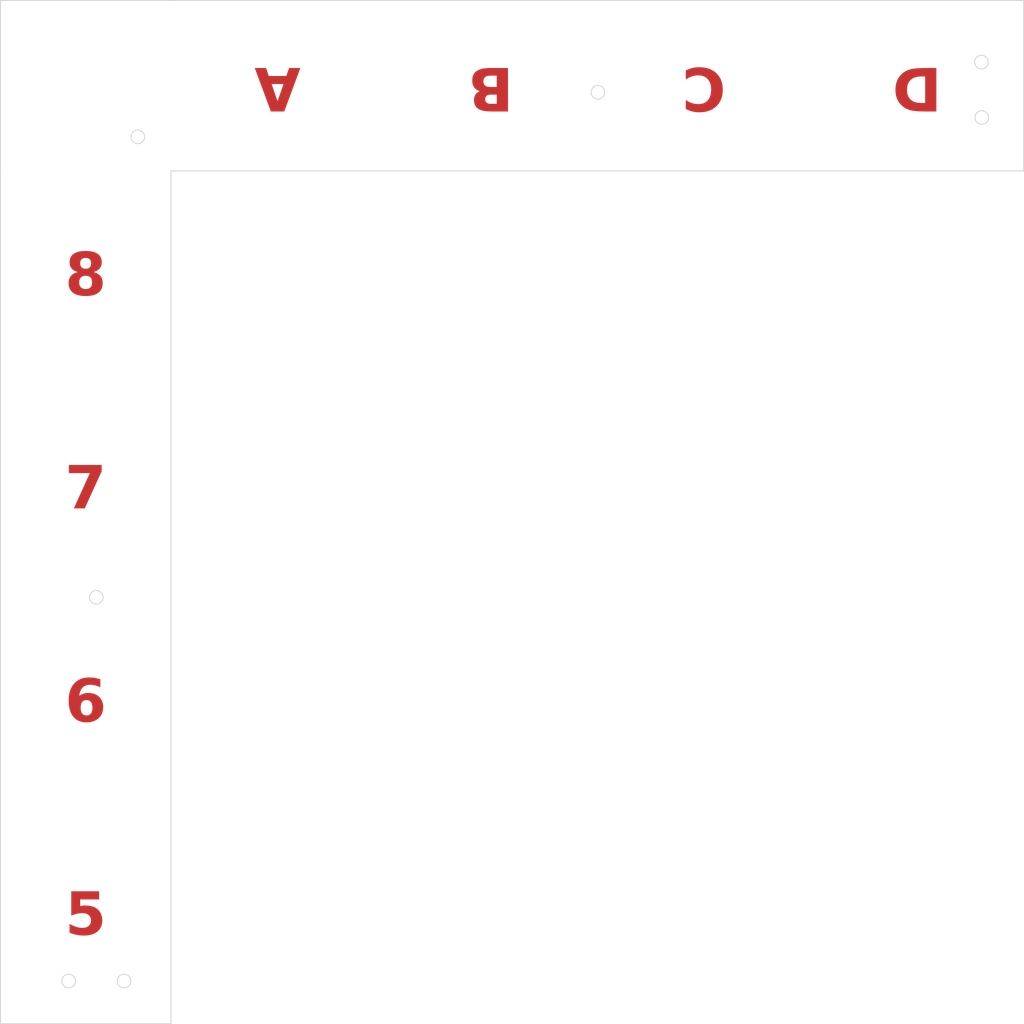
<source format=kicad_pcb>
(kicad_pcb
	(version 20240108)
	(generator "pcbnew")
	(generator_version "8.0")
	(general
		(thickness 1.6)
		(legacy_teardrops no)
	)
	(paper "A3")
	(title_block
		(title "Real Time Chess Edge Piece")
	)
	(layers
		(0 "F.Cu" signal)
		(31 "B.Cu" signal)
		(32 "B.Adhes" user "B.Adhesive")
		(33 "F.Adhes" user "F.Adhesive")
		(34 "B.Paste" user)
		(35 "F.Paste" user)
		(36 "B.SilkS" user "B.Silkscreen")
		(37 "F.SilkS" user "F.Silkscreen")
		(38 "B.Mask" user)
		(39 "F.Mask" user)
		(40 "Dwgs.User" user "User.Drawings")
		(41 "Cmts.User" user "User.Comments")
		(42 "Eco1.User" user "User.Eco1")
		(43 "Eco2.User" user "User.Eco2")
		(44 "Edge.Cuts" user)
		(45 "Margin" user)
		(46 "B.CrtYd" user "B.Courtyard")
		(47 "F.CrtYd" user "F.Courtyard")
		(48 "B.Fab" user)
		(49 "F.Fab" user)
		(50 "User.1" user)
		(51 "User.2" user)
		(52 "User.3" user)
		(53 "User.4" user)
		(54 "User.5" user)
		(55 "User.6" user)
		(56 "User.7" user)
		(57 "User.8" user)
		(58 "User.9" user)
	)
	(setup
		(pad_to_mask_clearance 0)
		(allow_soldermask_bridges_in_footprints no)
		(pcbplotparams
			(layerselection 0x00010fc_ffffffff)
			(plot_on_all_layers_selection 0x0000000_00000000)
			(disableapertmacros no)
			(usegerberextensions no)
			(usegerberattributes yes)
			(usegerberadvancedattributes yes)
			(creategerberjobfile yes)
			(dashed_line_dash_ratio 12.000000)
			(dashed_line_gap_ratio 3.000000)
			(svgprecision 4)
			(plotframeref no)
			(viasonmask no)
			(mode 1)
			(useauxorigin no)
			(hpglpennumber 1)
			(hpglpenspeed 20)
			(hpglpendiameter 15.000000)
			(pdf_front_fp_property_popups yes)
			(pdf_back_fp_property_popups yes)
			(dxfpolygonmode yes)
			(dxfimperialunits yes)
			(dxfusepcbnewfont yes)
			(psnegative no)
			(psa4output no)
			(plotreference yes)
			(plotvalue yes)
			(plotfptext yes)
			(plotinvisibletext no)
			(sketchpadsonfab no)
			(subtractmaskfromsilk no)
			(outputformat 1)
			(mirror no)
			(drillshape 1)
			(scaleselection 1)
			(outputdirectory "")
		)
	)
	(net 0 "")
	(gr_line
		(start 40 20)
		(end 80 20)
		(stroke
			(width 0.2)
			(type default)
		)
		(layer "Edge.Cuts")
		(uuid "041f09e1-b5cc-43e5-bbc1-538be3ac0623")
	)
	(gr_circle
		(center 56 250)
		(end 57.6 250)
		(stroke
			(width 0.2)
			(type default)
		)
		(fill none)
		(layer "Edge.Cuts")
		(uuid "0588025d-f831-437c-b938-2b7ebc0f8598")
	)
	(gr_line
		(start 40 260)
		(end 40 60)
		(stroke
			(width 0.2)
			(type default)
		)
		(layer "Edge.Cuts")
		(uuid "58d9a1ce-c8ac-4f63-bef4-33f17caaaecb")
	)
	(gr_circle
		(center 270.101877 34.461198)
		(end 271.701877 34.461198)
		(stroke
			(width 0.2)
			(type default)
		)
		(fill none)
		(layer "Edge.Cuts")
		(uuid "5f43c7f6-6231-4851-a21b-1c04fa83b11f")
	)
	(gr_line
		(start 80 20)
		(end 280 20)
		(stroke
			(width 0.2)
			(type default)
		)
		(layer "Edge.Cuts")
		(uuid "a14e76b3-fd36-497d-95bf-ecea52a19ae1")
	)
	(gr_circle
		(center 270.188832 47.460907)
		(end 271.788832 47.460907)
		(stroke
			(width 0.2)
			(type default)
		)
		(fill none)
		(layer "Edge.Cuts")
		(uuid "a6a9cbc5-46d1-444c-8824-b9fc87bdd97e")
	)
	(gr_line
		(start 80 260)
		(end 80 60)
		(stroke
			(width 0.2)
			(type default)
		)
		(layer "Edge.Cuts")
		(uuid "ae441166-690e-49a4-823f-fe49af4d2a64")
	)
	(gr_line
		(start 80 60)
		(end 280 60)
		(stroke
			(width 0.2)
			(type default)
		)
		(layer "Edge.Cuts")
		(uuid "c4a62735-58ed-4ee4-b1b6-1dc52020644a")
	)
	(gr_line
		(start 40 60)
		(end 40 20)
		(stroke
			(width 0.2)
			(type default)
		)
		(layer "Edge.Cuts")
		(uuid "cadbcf02-5b02-49a8-8f4a-c1c17bb7c8cf")
	)
	(gr_circle
		(center 180.147368 41.563052)
		(end 181.747368 41.563052)
		(stroke
			(width 0.2)
			(type default)
		)
		(fill none)
		(layer "Edge.Cuts")
		(uuid "cedd8907-83b5-4f24-926d-be7b8309d53c")
	)
	(gr_circle
		(center 69 250)
		(end 70.6 250)
		(stroke
			(width 0.2)
			(type default)
		)
		(fill none)
		(layer "Edge.Cuts")
		(uuid "d86f68da-76bf-436b-a524-bff111cb32bf")
	)
	(gr_line
		(start 280 60)
		(end 280 20)
		(stroke
			(width 0.2)
			(type default)
		)
		(layer "Edge.Cuts")
		(uuid "dbf85942-caab-4819-a67c-590369cc4265")
	)
	(gr_circle
		(center 62.5 160)
		(end 64.1 160)
		(stroke
			(width 0.2)
			(type default)
		)
		(fill none)
		(layer "Edge.Cuts")
		(uuid "e8751b01-3d5e-4654-adab-3e2f0202ffab")
	)
	(gr_circle
		(center 72.214765 52)
		(end 73.814765 52)
		(stroke
			(width 0.2)
			(type default)
		)
		(fill none)
		(layer "Edge.Cuts")
		(uuid "f3321507-8378-46b9-8034-4222d1144442")
	)
	(gr_line
		(start 40 260)
		(end 80 260)
		(stroke
			(width 0.2)
			(type default)
		)
		(layer "Edge.Cuts")
		(uuid "fa27a837-3e85-438d-861a-66fb1ba33827")
	)
	(gr_text "C"
		(at 205 40 180)
		(layer "F.Cu")
		(uuid "0b976b33-faa9-494c-8bb2-079f1ef3dd29")
		(effects
			(font
				(face "URW Gothic")
				(size 10 10)
				(thickness 0.5)
				(bold yes)
			)
		)
		(render_cache "C" 180
			(polygon
				(pts
					(xy 201.018841 38.739392) (xy 201.359676 38.32199) (xy 201.701886 37.948871) (xy 202.0642 37.635415)
					(xy 202.472802 37.359702) (xy 202.918788 37.136057) (xy 203.39472 36.967088) (xy 203.893159 36.855402)
					(xy 204.406669 36.803609) (xy 204.579901 36.800104) (xy 205.234858 36.849592) (xy 205.858182 36.993272)
					(xy 206.442713 37.223973) (xy 206.98129 37.534521) (xy 207.466754 37.917746) (xy 207.891944 38.366472)
					(xy 208.249698 38.87353) (xy 208.532857 39.431745) (xy 208.734261 40.033945) (xy 208.846748 40.672957)
					(xy 208.868806 41.115875) (xy 208.82157 41.787476) (xy 208.683865 42.419116) (xy 208.461691 43.005097)
					(xy 208.16105 43.539718) (xy 207.787943 44.017282) (xy 207.348371 44.432087) (xy 206.848335 44.778436)
					(xy 206.293837 45.050628) (xy 205.690879 45.242963) (xy 205.04546 45.349744) (xy 204.594556 45.370586)
					(xy 204.103538 45.346725) (xy 203.552783 45.259104) (xy 203.030209 45.107977) (xy 202.540418 44.894263)
					(xy 202.213188 44.703803) (xy 201.797208 44.398155) (xy 201.43307 44.006954) (xy 201.117965 43.567096)
					(xy 201.079901 43.509455) (xy 199.753663 43.509455) (xy 200.020667 44.011641) (xy 200.337143 44.472836)
					(xy 200.699624 44.891205) (xy 201.104645 45.264912) (xy 201.548742 45.592123) (xy 202.028447 45.871002)
					(xy 202.540296 46.099713) (xy 203.080823 46.276421) (xy 203.646562 46.399291) (xy 204.234049 46.466487)
					(xy 204.636077 46.479448) (xy 205.209948 46.452825) (xy 205.763182 46.374424) (xy 206.293518 46.246449)
					(xy 206.798695 46.071105) (xy 207.276452 45.850594) (xy 207.724528 45.587122) (xy 208.140662 45.282892)
					(xy 208.522592 44.940108) (xy 208.868057 44.560973) (xy 209.174796 44.147692) (xy 209.440549 43.702469)
					(xy 209.663053 43.227507) (xy 209.840048 42.725011) (xy 209.969273 42.197184) (xy 210.048465 41.646231)
					(xy 210.075366 41.074354) (xy 210.047831 40.509594) (xy 209.96683 39.964494) (xy 209.834767 39.441369)
					(xy 209.654047 38.942534) (xy 209.427072 38.470302) (xy 209.156249 38.02699) (xy 208.843981 37.614912)
					(xy 208.492672 37.236383) (xy 208.104726 36.893717) (xy 207.682549 36.58923) (xy 207.228543 36.325236)
					(xy 206.745114 36.10405) (xy 206.234666 35.927987) (xy 205.699602 35.799362) (xy 205.142328 35.720489)
					(xy 204.565247 35.693684) (xy 203.981273 35.720122) (xy 203.423344 35.799574) (xy 202.891618 35.932244)
					(xy 202.386252 36.118337) (xy 201.907403 36.35806) (xy 201.455227 36.651618) (xy 201.029882 36.999214)
					(xy 200.631525 37.401056) (xy 200.260312 37.857348) (xy 199.916401 38.368295) (xy 199.702372 38.739392)
				)
			)
		)
	)
	(gr_text "B"
		(at 155 40 180)
		(layer "F.Cu")
		(uuid "21da89ee-6411-44e8-98db-e89980afa82f")
		(effects
			(font
				(face "URW Gothic")
				(size 10 10)
				(thickness 0.5)
				(bold yes)
			)
		)
		(render_cache "B" 180
			(polygon
				(pts
					(xy 157.952895 46.323133) (xy 155.451848 46.323133) (xy 155.334174 46.32258) (xy 154.786012 46.302943)
					(xy 154.209659 46.240958) (xy 153.711294 46.135053) (xy 153.213102 45.95315) (xy 152.787159 45.705198)
					(xy 152.522364 45.47348) (xy 152.218808 45.077084) (xy 151.998875 44.608635) (xy 151.868394 44.081326)
					(xy 151.832169 43.592498) (xy 151.83289 43.580286) (xy 153.038729 43.580286) (xy 153.078457 43.999086)
					(xy 153.251274 44.489785) (xy 153.60293 44.884542) (xy 154.020361 45.075324) (xy 154.531971 45.17699)
					(xy 155.048433 45.216484) (xy 155.591067 45.226482) (xy 156.76099 45.226482) (xy 156.76099 41.946301)
					(xy 155.578855 41.946301) (xy 155.329244 41.948084) (xy 154.835867 41.967261) (xy 154.296365 42.036699)
					(xy 153.790997 42.197871) (xy 153.700841 42.242564) (xy 153.306381 42.592842) (xy 153.099207 43.055689)
					(xy 153.038729 43.580286) (xy 151.83289 43.580286) (xy 151.858958 43.138825) (xy 151.960527 42.656835)
					(xy 152.171815 42.179965) (xy 152.479523 41.794388) (xy 152.879971 41.499337) (xy 152.413158 41.260365)
					(xy 152.023144 40.965011) (xy 151.657841 40.53183) (xy 151.406139 40.007716) (xy 151.284351 39.497659)
					(xy 151.243544 38.91769) (xy 151.245727 38.861514) (xy 152.450104 38.861514) (xy 152.484236 39.295575)
					(xy 152.633128 39.794682) (xy 152.935567 40.241873) (xy 153.373342 40.561444) (xy 153.584989 40.649634)
					(xy 154.063712 40.764884) (xy 154.554329 40.819193) (xy 155.080124 40.84357) (xy 155.605721 40.849651)
					(xy 156.76099 40.849651) (xy 156.76099 36.944207) (xy 155.424982 36.944207) (xy 155.233631 36.945506)
					(xy 154.708053 36.965464) (xy 154.180056 37.020934) (xy 153.67656 37.129963) (xy 153.219469 37.315457)
					(xy 153.013312 37.454934) (xy 152.685657 37.866714) (xy 152.504715 38.357534) (xy 152.450104 38.861514)
					(xy 151.245727 38.861514) (xy 151.255329 38.61447) (xy 151.325823 38.129701) (xy 151.489915 37.592155)
					(xy 151.734892 37.116303) (xy 152.054573 36.716444) (xy 152.442776 36.406873) (xy 152.70103 36.268642)
					(xy 153.199755 36.077893) (xy 153.692907 35.962951) (xy 154.265545 35.889467) (xy 154.816354 35.857599)
					(xy 155.31263 35.85) (xy 157.952895 35.85)
				)
			)
		)
	)
	(gr_text "A"
		(at 105 40 180)
		(layer "F.Cu")
		(uuid "300bb986-33af-42a6-bef4-84698d87de1c")
		(effects
			(font
				(face "URW Gothic")
				(size 10 10)
				(thickness 0.5)
				(bold yes)
			)
		)
		(render_cache "A" 180
			(polygon
				(pts
					(xy 102.57711 39.288939) (xy 107.290997 39.288939) (xy 108.80286 35.85) (xy 110.065596 35.85) (xy 105.559315 46.323133)
					(xy 104.294137 46.323133) (xy 101.73141 40.383147) (xy 103.048499 40.383147) (xy 104.921841 44.865003)
					(xy 106.834263 40.383147) (xy 103.048499 40.383147) (xy 101.73141 40.383147) (xy 99.775645 35.85)
					(xy 101.079901 35.85)
				)
			)
		)
	)
	(gr_text "7"
		(at 60 135 0)
		(layer "F.Cu")
		(uuid "9c411227-8a65-4545-a9a8-9eadc6bd0747")
		(effects
			(font
				(face "URW Gothic")
				(size 10 10)
				(thickness 0.5)
				(bold yes)
			)
		)
		(render_cache "7" 0
			(polygon
				(pts
					(xy 57.61619 139.15) (xy 58.881368 139.15) (xy 63.136078 129.712456) (xy 63.136078 128.676866)
					(xy 57.015352 128.676866) (xy 57.015352 129.773517) (xy 61.873343 129.773517)
				)
			)
		)
	)
	(gr_text "6"
		(at 60 185 0)
		(layer "F.Cu")
		(uuid "a8bf5f60-10eb-4598-99a7-dd02603a7159")
		(effects
			(font
				(face "URW Gothic")
				(size 10 10)
				(thickness 0.5)
				(bold yes)
			)
		)
		(render_cache "6" 0
			(polygon
				(pts
					(xy 59.323447 182.14023) (xy 59.344544 182.130471) (xy 59.825124 181.993867) (xy 60.315073 181.95949)
					(xy 60.660811 181.978084) (xy 61.159587 182.072917) (xy 61.629596 182.242735) (xy 62.065248 182.481527)
					(xy 62.460951 182.783277) (xy 62.811116 183.141972) (xy 63.110151 183.5516) (xy 63.352466 184.006147)
					(xy 63.53247 184.4996) (xy 63.644572 185.025945) (xy 63.683182 185.579169) (xy 63.665675 185.974422)
					(xy 63.576007 186.539342) (xy 63.414553 187.066226) (xy 63.186155 187.550027) (xy 62.895656 187.985697)
					(xy 62.547897 188.368188) (xy 62.14772 188.692454) (xy 61.699968 188.953447) (xy 61.209482 189.14612)
					(xy 60.681105 189.265425) (xy 60.119679 189.306315) (xy 59.736574 189.288037) (xy 59.187456 189.194606)
					(xy 58.673685 189.02681) (xy 58.20055 188.790105) (xy 57.773341 188.48995) (xy 57.397346 188.131803)
					(xy 57.077854 187.721122) (xy 56.820153 187.263364) (xy 56.629533 186.763988) (xy 56.511283 186.228451)
					(xy 56.470691 185.662212) (xy 56.471225 185.591381) (xy 57.662596 185.591381) (xy 57.665568 185.733206)
					(xy 57.735061 186.272748) (xy 57.891393 186.762066) (xy 58.198113 187.291268) (xy 58.615565 187.714724)
					(xy 59.129885 188.017285) (xy 59.60177 188.162109) (xy 60.119679 188.212107) (xy 60.24897 188.209012)
					(xy 60.739871 188.136564) (xy 61.28663 187.919027) (xy 61.746986 187.573139) (xy 62.107968 187.112537)
					(xy 62.316491 186.670629) (xy 62.446474 186.171019) (xy 62.491277 185.62069) (xy 62.445916 185.075724)
					(xy 62.314315 184.581132) (xy 62.038789 184.044197) (xy 61.652161 183.610123) (xy 61.16757 183.292327)
					(xy 60.598152 183.104226) (xy 60.09037 183.05614) (xy 59.585641 183.105371) (xy 59.014377 183.296674)
					(xy 58.523736 183.617136) (xy 58.129091 184.050655) (xy 57.845816 184.581132) (xy 57.709713 185.064504)
					(xy 57.662596 185.591381) (xy 56.471225 185.591381) (xy 56.471429 185.564305) (xy 56.51137 185.017315)
					(xy 56.626563 184.502476) (xy 56.836907 183.968301) (xy 57.099234 183.471239) (xy 57.374361 183.018154)
					(xy 57.713887 182.499267) (xy 60.300419 178.676866) (xy 61.682833 178.676866)
				)
			)
		)
	)
	(gr_text "D"
		(at 255 40 180)
		(layer "F.Cu")
		(uuid "b3926b44-b037-4c50-a5e1-1fabfe0f1dfc")
		(effects
			(font
				(face "URW Gothic")
				(size 10 10)
				(thickness 0.5)
				(bold yes)
			)
		)
		(render_cache "D" 180
			(polygon
				(pts
					(xy 259.1448 46.323133) (xy 256.629099 46.323133) (xy 256.454791 46.322456) (xy 255.800224 46.305805)
					(xy 255.208126 46.265662) (xy 254.670767 46.200453) (xy 254.18042 46.108604) (xy 253.621824 45.953932)
					(xy 253.109516 45.7521) (xy 252.628401 45.500034) (xy 252.485558 45.411814) (xy 252.082399 45.124792)
					(xy 251.604833 44.691705) (xy 251.197047 44.203835) (xy 250.860388 43.664244) (xy 250.5962 43.075996)
					(xy 250.446428 42.60472) (xy 250.338745 42.109089) (xy 250.273719 41.590395) (xy 250.253593 41.091451)
					(xy 251.458478 41.091451) (xy 251.489414 41.647647) (xy 251.580943 42.176424) (xy 251.731147 42.674402)
					(xy 251.93811 43.138206) (xy 252.199912 43.564458) (xy 252.514637 43.949779) (xy 252.880367 44.290794)
					(xy 253.295184 44.584124) (xy 253.437936 44.663788) (xy 253.906478 44.869964) (xy 254.444314 45.027969)
					(xy 254.953668 45.123819) (xy 255.525655 45.187938) (xy 256.032774 45.216913) (xy 256.587578 45.226482)
					(xy 257.952895 45.226482) (xy 257.952895 36.944207) (xy 256.587578 36.944207) (xy 256.094712 36.95108)
					(xy 255.497273 36.982429) (xy 254.962045 37.040575) (xy 254.370463 37.15334) (xy 253.852941 37.313511)
					(xy 253.396622 37.524162) (xy 252.911723 37.847906) (xy 252.659722 38.070488) (xy 252.29001 38.485227)
					(xy 251.985145 38.950413) (xy 251.74742 39.461125) (xy 251.579125 40.012446) (xy 251.482554 40.599454)
					(xy 251.458478 41.091451) (xy 250.253593 41.091451) (xy 250.251918 41.04993) (xy 250.254391 40.868843)
					(xy 250.291331 40.340051) (xy 250.37216 39.833767) (xy 250.49637 39.351029) (xy 250.728589 38.7458)
					(xy 251.035827 38.186739) (xy 251.416881 37.676308) (xy 251.87055 37.216966) (xy 252.257732 36.90747)
					(xy 252.684577 36.629134) (xy 253.131301 36.398699) (xy 253.612103 36.210326) (xy 254.132798 36.062783)
					(xy 254.699199 35.954843) (xy 255.189135 35.896177) (xy 255.71502 35.861439) (xy 256.279832 35.85)
					(xy 259.1448 35.85)
				)
			)
		)
	)
	(gr_text "5"
		(at 60 235 0)
		(layer "F.Cu")
		(uuid "bbcc7728-8838-4876-b925-d893afe40b69")
		(effects
			(font
				(face "URW Gothic")
				(size 10 10)
				(thickness 0.5)
				(bold yes)
			)
		)
		(render_cache "5" 0
			(polygon
				(pts
					(xy 57.049546 233.874354) (xy 57.95813 234.223621) (xy 58.335154 233.814767) (xy 58.714658 233.497877)
					(xy 59.168665 233.239247) (xy 59.643994 233.094394) (xy 60.075715 233.05614) (xy 60.575082 233.106029)
					(xy 61.14014 233.299826) (xy 61.625335 233.624324) (xy 62.015518 234.063086) (xy 62.295539 234.599679)
					(xy 62.430059 235.088346) (xy 62.476622 235.62069) (xy 62.429558 236.154189) (xy 62.293822 236.6459)
					(xy 62.0776 237.086777) (xy 61.706611 237.552611) (xy 61.238641 237.907221) (xy 60.68968 238.132941)
					(xy 60.202941 238.208846) (xy 60.075715 238.212107) (xy 59.499496 238.143341) (xy 58.980051 237.943192)
					(xy 58.528003 237.620885) (xy 58.153972 237.185643) (xy 57.868581 236.64669) (xy 57.711227 236.147055)
					(xy 57.638172 235.735484) (xy 56.473133 235.735484) (xy 56.552054 236.236297) (xy 56.662066 236.731198)
					(xy 56.84194 237.210711) (xy 57.100289 237.670312) (xy 57.413506 238.08117) (xy 57.775782 238.43942)
					(xy 58.181307 238.741198) (xy 58.624269 238.982641) (xy 59.098858 239.159884) (xy 59.599265 239.269063)
					(xy 60.119679 239.306315) (xy 60.664382 239.264467) (xy 61.181828 239.142836) (xy 61.666268 238.947289)
					(xy 62.111956 238.683696) (xy 62.513144 238.357925) (xy 62.864084 237.975844) (xy 63.159027 237.543321)
					(xy 63.392228 237.066226) (xy 63.557937 236.550427) (xy 63.650407 236.001791) (xy 63.668527 235.62069)
					(xy 63.628811 235.056849) (xy 63.51334 234.521871) (xy 63.327632 234.021565) (xy 63.077207 233.561737)
					(xy 62.767582 233.148198) (xy 62.404276 232.786754) (xy 61.992806 232.483213) (xy 61.538692 232.243384)
					(xy 61.047451 232.073075) (xy 60.524601 231.978094) (xy 60.1612 231.95949) (xy 59.652726 231.993886)
					(xy 59.126616 232.110901) (xy 58.6319 232.307834) (xy 58.488137 232.38203) (xy 58.952198 229.773517)
					(xy 62.801465 229.773517) (xy 62.801465 228.676866) (xy 57.994766 228.676866)
				)
			)
		)
	)
	(gr_text "8"
		(at 60 85 0)
		(layer "F.Cu")
		(uuid "f4ceb09c-4b89-43be-8168-9e70e6f97ea1")
		(effects
			(font
				(face "URW Gothic")
				(size 10 10)
				(thickness 0.5)
				(bold yes)
			)
		)
		(render_cache "8" 0
			(polygon
				(pts
					(xy 60.67879 78.57292) (xy 61.21652 78.724265) (xy 61.695002 78.965941) (xy 62.105679 79.289305)
					(xy 62.439991 79.685713) (xy 62.689381 80.146521) (xy 62.845291 80.663085) (xy 62.899163 81.226762)
					(xy 62.869076 81.678453) (xy 62.756464 82.155152) (xy 62.52619 82.620248) (xy 62.197303 82.986118)
					(xy 61.778088 83.251535) (xy 61.963457 83.341236) (xy 62.387655 83.619312) (xy 62.75027 83.969938)
					(xy 63.04437 84.387692) (xy 63.263025 84.867152) (xy 63.399301 85.402894) (xy 63.446266 85.989497)
					(xy 63.442172 86.16856) (xy 63.382067 86.685298) (xy 63.253665 87.168081) (xy 62.983864 87.75169)
					(xy 62.610979 88.257453) (xy 62.145487 88.675381) (xy 61.597863 88.995486) (xy 61.139549 89.165359)
					(xy 60.645348 89.270374) (xy 60.119679 89.306315) (xy 59.939483 89.302194) (xy 59.41698 89.241815)
					(xy 58.925501 89.113155) (xy 58.470059 88.921033) (xy 57.927519 88.574479) (xy 57.469829 88.135089)
					(xy 57.108869 87.614283) (xy 56.856515 87.023481) (xy 56.745669 86.541315) (xy 56.707606 86.031018)
					(xy 56.707992 86.018806) (xy 57.899511 86.018806) (xy 57.909871 86.257568) (xy 58.022854 86.808203)
					(xy 58.251522 87.283793) (xy 58.584974 87.67316) (xy 59.012309 87.965121) (xy 59.522626 88.148497)
					(xy 60.105024 88.212107) (xy 60.338435 88.20175) (xy 60.876991 88.088893) (xy 61.342448 87.860741)
					(xy 61.723739 87.528476) (xy 62.009793 87.103278) (xy 62.189543 86.596328) (xy 62.251919 86.018806)
					(xy 62.241594 85.784508) (xy 62.129157 85.243985) (xy 61.902098 84.776917) (xy 61.57182 84.394375)
					(xy 61.149728 84.107426) (xy 60.647225 83.927139) (xy 60.075715 83.864584) (xy 59.839963 83.87477)
					(xy 59.295263 83.985746) (xy 58.823651 84.210026) (xy 58.436698 84.53654) (xy 58.145975 84.954221)
					(xy 57.963056 85.451999) (xy 57.899511 86.018806) (xy 56.707992 86.018806) (xy 56.715043 85.795869)
					(xy 56.79681 85.236218) (xy 56.964176 84.721982) (xy 57.211326 84.259534) (xy 57.532446 83.855247)
					(xy 57.921723 83.515495) (xy 58.373343 83.24665) (xy 58.174621 83.119511) (xy 57.806699 82.775261)
					(xy 57.712942 82.660723) (xy 57.458403 82.220636) (xy 57.301984 81.714181) (xy 57.25471 81.226762)
					(xy 57.262914 81.146161) (xy 58.446615 81.146161) (xy 58.496061 81.562161) (xy 58.719027 82.060813)
					(xy 59.098458 82.439551) (xy 59.609044 82.673834) (xy 60.131891 82.741067) (xy 60.537643 82.694277)
					(xy 61.028553 82.483725) (xy 61.404898 82.126438) (xy 61.639525 81.647266) (xy 61.707257 81.158374)
					(xy 61.660582 80.75079) (xy 61.448627 80.267164) (xy 61.084502 79.903626) (xy 60.589069 79.680732)
					(xy 60.075715 79.617201) (xy 59.729425 79.645733) (xy 59.20317 79.824196) (xy 58.798406 80.14797)
					(xy 58.538449 80.595732) (xy 58.446615 81.146161) (xy 57.262914 81.146161) (xy 57.310939 80.674305)
					(xy 57.472812 80.163008) (xy 57.730111 79.702887) (xy 58.072619 79.30396) (xy 58.490116 78.976245)
					(xy 58.972386 78.72976) (xy 59.50921 78.574523) (xy 60.09037 78.520551)
				)
			)
		)
	)
	(gr_text "B"
		(at 155 40 180)
		(layer "F.Mask")
		(uuid "0a9bca8a-416a-47e2-8c32-7de8956c8313")
		(effects
			(font
				(face "URW Gothic")
				(size 10 10)
				(thickness 0.5)
				(bold yes)
			)
		)
		(render_cache "B" 180
			(polygon
				(pts
					(xy 157.952895 46.323133) (xy 155.451848 46.323133) (xy 155.334174 46.32258) (xy 154.786012 46.302943)
					(xy 154.209659 46.240958) (xy 153.711294 46.135053) (xy 153.213102 45.95315) (xy 152.787159 45.705198)
					(xy 152.522364 45.47348) (xy 152.218808 45.077084) (xy 151.998875 44.608635) (xy 151.868394 44.081326)
					(xy 151.832169 43.592498) (xy 151.83289 43.580286) (xy 153.038729 43.580286) (xy 153.078457 43.999086)
					(xy 153.251274 44.489785) (xy 153.60293 44.884542) (xy 154.020361 45.075324) (xy 154.531971 45.17699)
					(xy 155.048433 45.216484) (xy 155.591067 45.226482) (xy 156.76099 45.226482) (xy 156.76099 41.946301)
					(xy 155.578855 41.946301) (xy 155.329244 41.948084) (xy 154.835867 41.967261) (xy 154.296365 42.036699)
					(xy 153.790997 42.197871) (xy 153.700841 42.242564) (xy 153.306381 42.592842) (xy 153.099207 43.055689)
					(xy 153.038729 43.580286) (xy 151.83289 43.580286) (xy 151.858958 43.138825) (xy 151.960527 42.656835)
					(xy 152.171815 42.179965) (xy 152.479523 41.794388) (xy 152.879971 41.499337) (xy 152.413158 41.260365)
					(xy 152.023144 40.965011) (xy 151.657841 40.53183) (xy 151.406139 40.007716) (xy 151.284351 39.497659)
					(xy 151.243544 38.91769) (xy 151.245727 38.861514) (xy 152.450104 38.861514) (xy 152.484236 39.295575)
					(xy 152.633128 39.794682) (xy 152.935567 40.241873) (xy 153.373342 40.561444) (xy 153.584989 40.649634)
					(xy 154.063712 40.764884) (xy 154.554329 40.819193) (xy 155.080124 40.84357) (xy 155.605721 40.849651)
					(xy 156.76099 40.849651) (xy 156.76099 36.944207) (xy 155.424982 36.944207) (xy 155.233631 36.945506)
					(xy 154.708053 36.965464) (xy 154.180056 37.020934) (xy 153.67656 37.129963) (xy 153.219469 37.315457)
					(xy 153.013312 37.454934) (xy 152.685657 37.866714) (xy 152.504715 38.357534) (xy 152.450104 38.861514)
					(xy 151.245727 38.861514) (xy 151.255329 38.61447) (xy 151.325823 38.129701) (xy 151.489915 37.592155)
					(xy 151.734892 37.116303) (xy 152.054573 36.716444) (xy 152.442776 36.406873) (xy 152.70103 36.268642)
					(xy 153.199755 36.077893) (xy 153.692907 35.962951) (xy 154.265545 35.889467) (xy 154.816354 35.857599)
					(xy 155.31263 35.85) (xy 157.952895 35.85)
				)
			)
		)
	)
	(gr_text "6"
		(at 60 185 0)
		(layer "F.Mask")
		(uuid "293f82b4-3d5e-488c-9da3-36a67f22d2db")
		(effects
			(font
				(face "URW Gothic")
				(size 10 10)
				(thickness 0.5)
				(bold yes)
			)
		)
		(render_cache "6" 0
			(polygon
				(pts
					(xy 59.323447 182.14023) (xy 59.344544 182.130471) (xy 59.825124 181.993867) (xy 60.315073 181.95949)
					(xy 60.660811 181.978084) (xy 61.159587 182.072917) (xy 61.629596 182.242735) (xy 62.065248 182.481527)
					(xy 62.460951 182.783277) (xy 62.811116 183.141972) (xy 63.110151 183.5516) (xy 63.352466 184.006147)
					(xy 63.53247 184.4996) (xy 63.644572 185.025945) (xy 63.683182 185.579169) (xy 63.665675 185.974422)
					(xy 63.576007 186.539342) (xy 63.414553 187.066226) (xy 63.186155 187.550027) (xy 62.895656 187.985697)
					(xy 62.547897 188.368188) (xy 62.14772 188.692454) (xy 61.699968 188.953447) (xy 61.209482 189.14612)
					(xy 60.681105 189.265425) (xy 60.119679 189.306315) (xy 59.736574 189.288037) (xy 59.187456 189.194606)
					(xy 58.673685 189.02681) (xy 58.20055 188.790105) (xy 57.773341 188.48995) (xy 57.397346 188.131803)
					(xy 57.077854 187.721122) (xy 56.820153 187.263364) (xy 56.629533 186.763988) (xy 56.511283 186.228451)
					(xy 56.470691 185.662212) (xy 56.471225 185.591381) (xy 57.662596 185.591381) (xy 57.665568 185.733206)
					(xy 57.735061 186.272748) (xy 57.891393 186.762066) (xy 58.198113 187.291268) (xy 58.615565 187.714724)
					(xy 59.129885 188.017285) (xy 59.60177 188.162109) (xy 60.119679 188.212107) (xy 60.24897 188.209012)
					(xy 60.739871 188.136564) (xy 61.28663 187.919027) (xy 61.746986 187.573139) (xy 62.107968 187.112537)
					(xy 62.316491 186.670629) (xy 62.446474 186.171019) (xy 62.491277 185.62069) (xy 62.445916 185.075724)
					(xy 62.314315 184.581132) (xy 62.038789 184.044197) (xy 61.652161 183.610123) (xy 61.16757 183.292327)
					(xy 60.598152 183.104226) (xy 60.09037 183.05614) (xy 59.585641 183.105371) (xy 59.014377 183.296674)
					(xy 58.523736 183.617136) (xy 58.129091 184.050655) (xy 57.845816 184.581132) (xy 57.709713 185.064504)
					(xy 57.662596 185.591381) (xy 56.471225 185.591381) (xy 56.471429 185.564305) (xy 56.51137 185.017315)
					(xy 56.626563 184.502476) (xy 56.836907 183.968301) (xy 57.099234 183.471239) (xy 57.374361 183.018154)
					(xy 57.713887 182.499267) (xy 60.300419 178.676866) (xy 61.682833 178.676866)
				)
			)
		)
	)
	(gr_text "D"
		(at 255 40 180)
		(layer "F.Mask")
		(uuid "29d3f33a-8620-4eb9-bb49-71210e35a129")
		(effects
			(font
				(face "URW Gothic")
				(size 10 10)
				(thickness 0.5)
				(bold yes)
			)
		)
		(render_cache "D" 180
			(polygon
				(pts
					(xy 259.1448 46.323133) (xy 256.629099 46.323133) (xy 256.454791 46.322456) (xy 255.800224 46.305805)
					(xy 255.208126 46.265662) (xy 254.670767 46.200453) (xy 254.18042 46.108604) (xy 253.621824 45.953932)
					(xy 253.109516 45.7521) (xy 252.628401 45.500034) (xy 252.485558 45.411814) (xy 252.082399 45.124792)
					(xy 251.604833 44.691705) (xy 251.197047 44.203835) (xy 250.860388 43.664244) (xy 250.5962 43.075996)
					(xy 250.446428 42.60472) (xy 250.338745 42.109089) (xy 250.273719 41.590395) (xy 250.253593 41.091451)
					(xy 251.458478 41.091451) (xy 251.489414 41.647647) (xy 251.580943 42.176424) (xy 251.731147 42.674402)
					(xy 251.93811 43.138206) (xy 252.199912 43.564458) (xy 252.514637 43.949779) (xy 252.880367 44.290794)
					(xy 253.295184 44.584124) (xy 253.437936 44.663788) (xy 253.906478 44.869964) (xy 254.444314 45.027969)
					(xy 254.953668 45.123819) (xy 255.525655 45.187938) (xy 256.032774 45.216913) (xy 256.587578 45.226482)
					(xy 257.952895 45.226482) (xy 257.952895 36.944207) (xy 256.587578 36.944207) (xy 256.094712 36.95108)
					(xy 255.497273 36.982429) (xy 254.962045 37.040575) (xy 254.370463 37.15334) (xy 253.852941 37.313511)
					(xy 253.396622 37.524162) (xy 252.911723 37.847906) (xy 252.659722 38.070488) (xy 252.29001 38.485227)
					(xy 251.985145 38.950413) (xy 251.74742 39.461125) (xy 251.579125 40.012446) (xy 251.482554 40.599454)
					(xy 251.458478 41.091451) (xy 250.253593 41.091451) (xy 250.251918 41.04993) (xy 250.254391 40.868843)
					(xy 250.291331 40.340051) (xy 250.37216 39.833767) (xy 250.49637 39.351029) (xy 250.728589 38.7458)
					(xy 251.035827 38.186739) (xy 251.416881 37.676308) (xy 251.87055 37.216966) (xy 252.257732 36.90747)
					(xy 252.684577 36.629134) (xy 253.131301 36.398699) (xy 253.612103 36.210326) (xy 254.132798 36.062783)
					(xy 254.699199 35.954843) (xy 255.189135 35.896177) (xy 255.71502 35.861439) (xy 256.279832 35.85)
					(xy 259.1448 35.85)
				)
			)
		)
	)
	(gr_text "7"
		(at 60 135 0)
		(layer "F.Mask")
		(uuid "4bb5f7bd-cd7f-4fe3-a157-a31d770a0076")
		(effects
			(font
				(face "URW Gothic")
				(size 10 10)
				(thickness 0.5)
				(bold yes)
			)
		)
		(render_cache "7" 0
			(polygon
				(pts
					(xy 57.61619 139.15) (xy 58.881368 139.15) (xy 63.136078 129.712456) (xy 63.136078 128.676866)
					(xy 57.015352 128.676866) (xy 57.015352 129.773517) (xy 61.873343 129.773517)
				)
			)
		)
	)
	(gr_text "8"
		(at 60 85 0)
		(layer "F.Mask")
		(uuid "8fd1c1c0-97ef-4642-845e-fe0280a0fcc6")
		(effects
			(font
				(face "URW Gothic")
				(size 10 10)
				(thickness 0.5)
				(bold yes)
			)
		)
		(render_cache "8" 0
			(polygon
				(pts
					(xy 60.67879 78.57292) (xy 61.21652 78.724265) (xy 61.695002 78.965941) (xy 62.105679 79.289305)
					(xy 62.439991 79.685713) (xy 62.689381 80.146521) (xy 62.845291 80.663085) (xy 62.899163 81.226762)
					(xy 62.869076 81.678453) (xy 62.756464 82.155152) (xy 62.52619 82.620248) (xy 62.197303 82.986118)
					(xy 61.778088 83.251535) (xy 61.963457 83.341236) (xy 62.387655 83.619312) (xy 62.75027 83.969938)
					(xy 63.04437 84.387692) (xy 63.263025 84.867152) (xy 63.399301 85.402894) (xy 63.446266 85.989497)
					(xy 63.442172 86.16856) (xy 63.382067 86.685298) (xy 63.253665 87.168081) (xy 62.983864 87.75169)
					(xy 62.610979 88.257453) (xy 62.145487 88.675381) (xy 61.597863 88.995486) (xy 61.139549 89.165359)
					(xy 60.645348 89.270374) (xy 60.119679 89.306315) (xy 59.939483 89.302194) (xy 59.41698 89.241815)
					(xy 58.925501 89.113155) (xy 58.470059 88.921033) (xy 57.927519 88.574479) (xy 57.469829 88.135089)
					(xy 57.108869 87.614283) (xy 56.856515 87.023481) (xy 56.745669 86.541315) (xy 56.707606 86.031018)
					(xy 56.707992 86.018806) (xy 57.899511 86.018806) (xy 57.909871 86.257568) (xy 58.022854 86.808203)
					(xy 58.251522 87.283793) (xy 58.584974 87.67316) (xy 59.012309 87.965121) (xy 59.522626 88.148497)
					(xy 60.105024 88.212107) (xy 60.338435 88.20175) (xy 60.876991 88.088893) (xy 61.342448 87.860741)
					(xy 61.723739 87.528476) (xy 62.009793 87.103278) (xy 62.189543 86.596328) (xy 62.251919 86.018806)
					(xy 62.241594 85.784508) (xy 62.129157 85.243985) (xy 61.902098 84.776917) (xy 61.57182 84.394375)
					(xy 61.149728 84.107426) (xy 60.647225 83.927139) (xy 60.075715 83.864584) (xy 59.839963 83.87477)
					(xy 59.295263 83.985746) (xy 58.823651 84.210026) (xy 58.436698 84.53654) (xy 58.145975 84.954221)
					(xy 57.963056 85.451999) (xy 57.899511 86.018806) (xy 56.707992 86.018806) (xy 56.715043 85.795869)
					(xy 56.79681 85.236218) (xy 56.964176 84.721982) (xy 57.211326 84.259534) (xy 57.532446 83.855247)
					(xy 57.921723 83.515495) (xy 58.373343 83.24665) (xy 58.174621 83.119511) (xy 57.806699 82.775261)
					(xy 57.712942 82.660723) (xy 57.458403 82.220636) (xy 57.301984 81.714181) (xy 57.25471 81.226762)
					(xy 57.262914 81.146161) (xy 58.446615 81.146161) (xy 58.496061 81.562161) (xy 58.719027 82.060813)
					(xy 59.098458 82.439551) (xy 59.609044 82.673834) (xy 60.131891 82.741067) (xy 60.537643 82.694277)
					(xy 61.028553 82.483725) (xy 61.404898 82.126438) (xy 61.639525 81.647266) (xy 61.707257 81.158374)
					(xy 61.660582 80.75079) (xy 61.448627 80.267164) (xy 61.084502 79.903626) (xy 60.589069 79.680732)
					(xy 60.075715 79.617201) (xy 59.729425 79.645733) (xy 59.20317 79.824196) (xy 58.798406 80.14797)
					(xy 58.538449 80.595732) (xy 58.446615 81.146161) (xy 57.262914 81.146161) (xy 57.310939 80.674305)
					(xy 57.472812 80.163008) (xy 57.730111 79.702887) (xy 58.072619 79.30396) (xy 58.490116 78.976245)
					(xy 58.972386 78.72976) (xy 59.50921 78.574523) (xy 60.09037 78.520551)
				)
			)
		)
	)
	(gr_text "A"
		(at 105 40 180)
		(layer "F.Mask")
		(uuid "96358a5b-0a4a-44fc-97aa-1de1936cb30e")
		(effects
			(font
				(face "URW Gothic")
				(size 10 10)
				(thickness 0.5)
				(bold yes)
			)
		)
		(render_cache "A" 180
			(polygon
				(pts
					(xy 102.57711 39.288939) (xy 107.290997 39.288939) (xy 108.80286 35.85) (xy 110.065596 35.85) (xy 105.559315 46.323133)
					(xy 104.294137 46.323133) (xy 101.73141 40.383147) (xy 103.048499 40.383147) (xy 104.921841 44.865003)
					(xy 106.834263 40.383147) (xy 103.048499 40.383147) (xy 101.73141 40.383147) (xy 99.775645 35.85)
					(xy 101.079901 35.85)
				)
			)
		)
	)
	(gr_text "C"
		(at 205 40 180)
		(layer "F.Mask")
		(uuid "b3f9128b-0f73-4b13-894e-51b36cd615d3")
		(effects
			(font
				(face "URW Gothic")
				(size 10 10)
				(thickness 0.5)
				(bold yes)
			)
		)
		(render_cache "C" 180
			(polygon
				(pts
					(xy 201.018841 38.739392) (xy 201.359676 38.32199) (xy 201.701886 37.948871) (xy 202.0642 37.635415)
					(xy 202.472802 37.359702) (xy 202.918788 37.136057) (xy 203.39472 36.967088) (xy 203.893159 36.855402)
					(xy 204.406669 36.803609) (xy 204.579901 36.800104) (xy 205.234858 36.849592) (xy 205.858182 36.993272)
					(xy 206.442713 37.223973) (xy 206.98129 37.534521) (xy 207.466754 37.917746) (xy 207.891944 38.366472)
					(xy 208.249698 38.87353) (xy 208.532857 39.431745) (xy 208.734261 40.033945) (xy 208.846748 40.672957)
					(xy 208.868806 41.115875) (xy 208.82157 41.787476) (xy 208.683865 42.419116) (xy 208.461691 43.005097)
					(xy 208.16105 43.539718) (xy 207.787943 44.017282) (xy 207.348371 44.432087) (xy 206.848335 44.778436)
					(xy 206.293837 45.050628) (xy 205.690879 45.242963) (xy 205.04546 45.349744) (xy 204.594556 45.370586)
					(xy 204.103538 45.346725) (xy 203.552783 45.259104) (xy 203.030209 45.107977) (xy 202.540418 44.894263)
					(xy 202.213188 44.703803) (xy 201.797208 44.398155) (xy 201.43307 44.006954) (xy 201.117965 43.567096)
					(xy 201.079901 43.509455) (xy 199.753663 43.509455) (xy 200.020667 44.011641) (xy 200.337143 44.472836)
					(xy 200.699624 44.891205) (xy 201.104645 45.264912) (xy 201.548742 45.592123) (xy 202.028447 45.871002)
					(xy 202.540296 46.099713) (xy 203.080823 46.276421) (xy 203.646562 46.399291) (xy 204.234049 46.466487)
					(xy 204.636077 46.479448) (xy 205.209948 46.452825) (xy 205.763182 46.374424) (xy 206.293518 46.246449)
					(xy 206.798695 46.071105) (xy 207.276452 45.850594) (xy 207.724528 45.587122) (xy 208.140662 45.282892)
					(xy 208.522592 44.940108) (xy 208.868057 44.560973) (xy 209.174796 44.147692) (xy 209.440549 43.702469)
					(xy 209.663053 43.227507) (xy 209.840048 42.725011) (xy 209.969273 42.197184) (xy 210.048465 41.646231)
					(xy 210.075366 41.074354) (xy 210.047831 40.509594) (xy 209.96683 39.964494) (xy 209.834767 39.441369)
					(xy 209.654047 38.942534) (xy 209.427072 38.470302) (xy 209.156249 38.02699) (xy 208.843981 37.614912)
					(xy 208.492672 37.236383) (xy 208.104726 36.893717) (xy 207.682549 36.58923) (xy 207.228543 36.325236)
					(xy 206.745114 36.10405) (xy 206.234666 35.927987) (xy 205.699602 35.799362) (xy 205.142328 35.720489)
					(xy 204.565247 35.693684) (xy 203.981273 35.720122) (xy 203.423344 35.799574) (xy 202.891618 35.932244)
					(xy 202.386252 36.118337) (xy 201.907403 36.35806) (xy 201.455227 36.651618) (xy 201.029882 36.999214)
					(xy 200.631525 37.401056) (xy 200.260312 37.857348) (xy 199.916401 38.368295) (xy 199.702372 38.739392)
				)
			)
		)
	)
	(gr_text "5"
		(at 60 235 0)
		(layer "F.Mask")
		(uuid "ccc95117-097e-419a-8209-4e20a8cda731")
		(effects
			(font
				(face "URW Gothic")
				(size 10 10)
				(thickness 0.5)
				(bold yes)
			)
		)
		(render_cache "5" 0
			(polygon
				(pts
					(xy 57.049546 233.874354) (xy 57.95813 234.223621) (xy 58.335154 233.814767) (xy 58.714658 233.497877)
					(xy 59.168665 233.239247) (xy 59.643994 233.094394) (xy 60.075715 233.05614) (xy 60.575082 233.106029)
					(xy 61.14014 233.299826) (xy 61.625335 233.624324) (xy 62.015518 234.063086) (xy 62.295539 234.599679)
					(xy 62.430059 235.088346) (xy 62.476622 235.62069) (xy 62.429558 236.154189) (xy 62.293822 236.6459)
					(xy 62.0776 237.086777) (xy 61.706611 237.552611) (xy 61.238641 237.907221) (xy 60.68968 238.132941)
					(xy 60.202941 238.208846) (xy 60.075715 238.212107) (xy 59.499496 238.143341) (xy 58.980051 237.943192)
					(xy 58.528003 237.620885) (xy 58.153972 237.185643) (xy 57.868581 236.64669) (xy 57.711227 236.147055)
					(xy 57.638172 235.735484) (xy 56.473133 235.735484) (xy 56.552054 236.236297) (xy 56.662066 236.731198)
					(xy 56.84194 237.210711) (xy 57.100289 237.670312) (xy 57.413506 238.08117) (xy 57.775782 238.43942)
					(xy 58.181307 238.741198) (xy 58.624269 238.982641) (xy 59.098858 239.159884) (xy 59.599265 239.269063)
					(xy 60.119679 239.306315) (xy 60.664382 239.264467) (xy 61.181828 239.142836) (xy 61.666268 238.947289)
					(xy 62.111956 238.683696) (xy 62.513144 238.357925) (xy 62.864084 237.975844) (xy 63.159027 237.543321)
					(xy 63.392228 237.066226) (xy 63.557937 236.550427) (xy 63.650407 236.001791) (xy 63.668527 235.62069)
					(xy 63.628811 235.056849) (xy 63.51334 234.521871) (xy 63.327632 234.021565) (xy 63.077207 233.561737)
					(xy 62.767582 233.148198) (xy 62.404276 232.786754) (xy 61.992806 232.483213) (xy 61.538692 232.243384)
					(xy 61.047451 232.073075) (xy 60.524601 231.978094) (xy 60.1612 231.95949) (xy 59.652726 231.993886)
					(xy 59.126616 232.110901) (xy 58.6319 232.307834) (xy 58.488137 232.38203) (xy 58.952198 229.773517)
					(xy 62.801465 229.773517) (xy 62.801465 228.676866) (xy 57.994766 228.676866)
				)
			)
		)
	)
)

</source>
